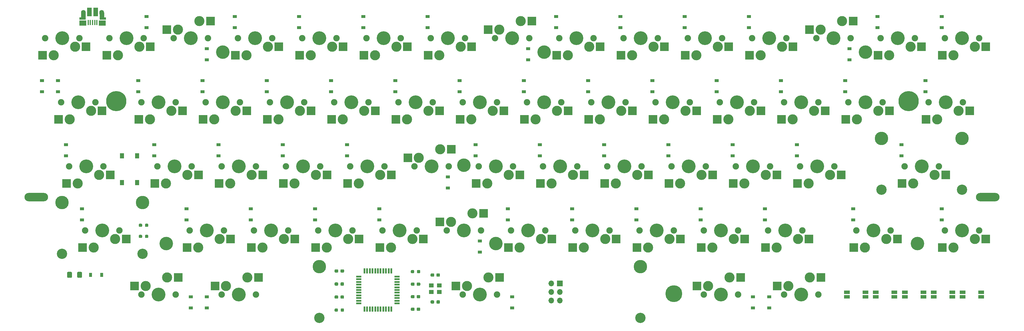
<source format=gbr>
%TF.GenerationSoftware,KiCad,Pcbnew,(5.1.9)-1*%
%TF.CreationDate,2021-04-22T03:27:36+09:00*%
%TF.ProjectId,yuiop60hh4,7975696f-7036-4306-9868-342e6b696361,4*%
%TF.SameCoordinates,Original*%
%TF.FileFunction,Soldermask,Bot*%
%TF.FilePolarity,Negative*%
%FSLAX46Y46*%
G04 Gerber Fmt 4.6, Leading zero omitted, Abs format (unit mm)*
G04 Created by KiCad (PCBNEW (5.1.9)-1) date 2021-04-22 03:27:36*
%MOMM*%
%LPD*%
G01*
G04 APERTURE LIST*
%ADD10R,1.430000X2.500000*%
%ADD11O,1.350000X1.700000*%
%ADD12O,1.100000X1.500000*%
%ADD13R,0.400000X1.650000*%
%ADD14R,2.000000X1.500000*%
%ADD15R,1.825000X0.700000*%
%ADD16R,1.350000X2.000000*%
%ADD17R,2.550000X2.500000*%
%ADD18C,1.900000*%
%ADD19C,4.100000*%
%ADD20C,3.000000*%
%ADD21R,0.550000X1.500000*%
%ADD22R,1.500000X0.550000*%
%ADD23R,1.700000X1.000000*%
%ADD24C,4.000000*%
%ADD25O,7.000000X2.500000*%
%ADD26C,5.000000*%
%ADD27C,6.000000*%
%ADD28C,3.048000*%
%ADD29C,3.987800*%
%ADD30R,1.400000X1.200000*%
%ADD31R,1.300000X1.550000*%
%ADD32R,1.700000X1.700000*%
%ADD33O,1.700000X1.700000*%
%ADD34R,1.200000X0.900000*%
%ADD35R,0.900000X1.200000*%
G04 APERTURE END LIST*
D10*
%TO.C,J1*%
X89135000Y-101450000D03*
X87215000Y-101450000D03*
D11*
X90905000Y-101720000D03*
X85445000Y-101720000D03*
D12*
X90595000Y-104720000D03*
X85755000Y-104720000D03*
D13*
X89475000Y-104600000D03*
X88825000Y-104600000D03*
X88175000Y-104600000D03*
X87525000Y-104600000D03*
X86875000Y-104600000D03*
D14*
X91075000Y-104720000D03*
X85325000Y-104700000D03*
D15*
X91175000Y-103400000D03*
X85225000Y-103400000D03*
D16*
X85445000Y-102650000D03*
X90925000Y-102650000D03*
%TD*%
D17*
%TO.C,KSW60*%
X304067000Y-180330000D03*
D18*
X293145000Y-185410000D03*
X303305000Y-185410000D03*
D19*
X298225000Y-185410000D03*
D17*
X291140000Y-182870000D03*
D20*
X300765000Y-180330000D03*
X294415000Y-182870000D03*
%TD*%
D17*
%TO.C,KSW59*%
X280255000Y-180330000D03*
D18*
X269333000Y-185410000D03*
X279493000Y-185410000D03*
D19*
X274413000Y-185410000D03*
D17*
X267328000Y-182870000D03*
D20*
X276953000Y-180330000D03*
X270603000Y-182870000D03*
%TD*%
D17*
%TO.C,KSW58*%
X208817000Y-180330000D03*
D18*
X197895000Y-185410000D03*
X208055000Y-185410000D03*
D19*
X202975000Y-185410000D03*
D17*
X195890000Y-182870000D03*
D20*
X205515000Y-180330000D03*
X199165000Y-182870000D03*
%TD*%
D17*
%TO.C,KSW57*%
X137379000Y-180330000D03*
D18*
X126457000Y-185410000D03*
X136617000Y-185410000D03*
D19*
X131537000Y-185410000D03*
D17*
X124452000Y-182870000D03*
D20*
X134077000Y-180330000D03*
X127727000Y-182870000D03*
%TD*%
D17*
%TO.C,KSW56*%
X113567000Y-180330000D03*
D18*
X102645000Y-185410000D03*
X112805000Y-185410000D03*
D19*
X107725000Y-185410000D03*
D17*
X100640000Y-182870000D03*
D20*
X110265000Y-180330000D03*
X103915000Y-182870000D03*
%TD*%
D17*
%TO.C,KSW55*%
X340008000Y-171440000D03*
D18*
X350930000Y-166360000D03*
X340770000Y-166360000D03*
D19*
X345850000Y-166360000D03*
D17*
X352935000Y-168900000D03*
D20*
X343310000Y-171440000D03*
X349660000Y-168900000D03*
%TD*%
D17*
%TO.C,KSW54*%
X313814000Y-171440000D03*
D18*
X324736000Y-166360000D03*
X314576000Y-166360000D03*
D19*
X319656000Y-166360000D03*
D17*
X326741000Y-168900000D03*
D20*
X317116000Y-171440000D03*
X323466000Y-168900000D03*
%TD*%
D17*
%TO.C,KSW53*%
X287621000Y-171440000D03*
D18*
X298543000Y-166360000D03*
X288383000Y-166360000D03*
D19*
X293463000Y-166360000D03*
D17*
X300548000Y-168900000D03*
D20*
X290923000Y-171440000D03*
X297273000Y-168900000D03*
%TD*%
D17*
%TO.C,KSW52*%
X268571000Y-171440000D03*
D18*
X279493000Y-166360000D03*
X269333000Y-166360000D03*
D19*
X274413000Y-166360000D03*
D17*
X281498000Y-168900000D03*
D20*
X271873000Y-171440000D03*
X278223000Y-168900000D03*
%TD*%
D17*
%TO.C,KSW51*%
X249521000Y-171440000D03*
D18*
X260443000Y-166360000D03*
X250283000Y-166360000D03*
D19*
X255363000Y-166360000D03*
D17*
X262448000Y-168900000D03*
D20*
X252823000Y-171440000D03*
X259173000Y-168900000D03*
%TD*%
D17*
%TO.C,KSW50*%
X230471000Y-171440000D03*
D18*
X241393000Y-166360000D03*
X231233000Y-166360000D03*
D19*
X236313000Y-166360000D03*
D17*
X243398000Y-168900000D03*
D20*
X233773000Y-171440000D03*
X240123000Y-168900000D03*
%TD*%
D17*
%TO.C,KSW49*%
X211421000Y-171440000D03*
D18*
X222343000Y-166360000D03*
X212183000Y-166360000D03*
D19*
X217263000Y-166360000D03*
D17*
X224348000Y-168900000D03*
D20*
X214723000Y-171440000D03*
X221073000Y-168900000D03*
%TD*%
D17*
%TO.C,KSW48*%
X204055000Y-161280000D03*
D18*
X193133000Y-166360000D03*
X203293000Y-166360000D03*
D19*
X198213000Y-166360000D03*
D17*
X191128000Y-163820000D03*
D20*
X200753000Y-161280000D03*
X194403000Y-163820000D03*
%TD*%
D17*
%TO.C,KSW47*%
X173321000Y-171440000D03*
D18*
X184243000Y-166360000D03*
X174083000Y-166360000D03*
D19*
X179163000Y-166360000D03*
D17*
X186248000Y-168900000D03*
D20*
X176623000Y-171440000D03*
X182973000Y-168900000D03*
%TD*%
D17*
%TO.C,KSW46*%
X154271000Y-171440000D03*
D18*
X165193000Y-166360000D03*
X155033000Y-166360000D03*
D19*
X160113000Y-166360000D03*
D17*
X167198000Y-168900000D03*
D20*
X157573000Y-171440000D03*
X163923000Y-168900000D03*
%TD*%
D17*
%TO.C,KSW45*%
X135221000Y-171440000D03*
D18*
X146143000Y-166360000D03*
X135983000Y-166360000D03*
D19*
X141063000Y-166360000D03*
D17*
X148148000Y-168900000D03*
D20*
X138523000Y-171440000D03*
X144873000Y-168900000D03*
%TD*%
D17*
%TO.C,KSW44*%
X116171000Y-171440000D03*
D18*
X127093000Y-166360000D03*
X116933000Y-166360000D03*
D19*
X122013000Y-166360000D03*
D17*
X129098000Y-168900000D03*
D20*
X119473000Y-171440000D03*
X125823000Y-168900000D03*
%TD*%
D17*
%TO.C,KSW43*%
X85214200Y-171440000D03*
D18*
X96136200Y-166360000D03*
X85976200Y-166360000D03*
D19*
X91056200Y-166360000D03*
D17*
X98141200Y-168900000D03*
D20*
X88516200Y-171440000D03*
X94866200Y-168900000D03*
%TD*%
D17*
%TO.C,KSW42*%
X328102000Y-152390000D03*
D18*
X339024000Y-147310000D03*
X328864000Y-147310000D03*
D19*
X333944000Y-147310000D03*
D17*
X341029000Y-149850000D03*
D20*
X331404000Y-152390000D03*
X337754000Y-149850000D03*
%TD*%
D17*
%TO.C,KSW41*%
X297145000Y-152390000D03*
D18*
X308067000Y-147310000D03*
X297907000Y-147310000D03*
D19*
X302987000Y-147310000D03*
D17*
X310072000Y-149850000D03*
D20*
X300447000Y-152390000D03*
X306797000Y-149850000D03*
%TD*%
D17*
%TO.C,KSW40*%
X278095000Y-152390000D03*
D18*
X289017000Y-147310000D03*
X278857000Y-147310000D03*
D19*
X283937000Y-147310000D03*
D17*
X291022000Y-149850000D03*
D20*
X281397000Y-152390000D03*
X287747000Y-149850000D03*
%TD*%
D17*
%TO.C,KSW39*%
X259045000Y-152390000D03*
D18*
X269967000Y-147310000D03*
X259807000Y-147310000D03*
D19*
X264887000Y-147310000D03*
D17*
X271972000Y-149850000D03*
D20*
X262347000Y-152390000D03*
X268697000Y-149850000D03*
%TD*%
D17*
%TO.C,KSW38*%
X239995000Y-152390000D03*
D18*
X250917000Y-147310000D03*
X240757000Y-147310000D03*
D19*
X245837000Y-147310000D03*
D17*
X252922000Y-149850000D03*
D20*
X243297000Y-152390000D03*
X249647000Y-149850000D03*
%TD*%
D17*
%TO.C,KSW37*%
X220945000Y-152390000D03*
D18*
X231867000Y-147310000D03*
X221707000Y-147310000D03*
D19*
X226787000Y-147310000D03*
D17*
X233872000Y-149850000D03*
D20*
X224247000Y-152390000D03*
X230597000Y-149850000D03*
%TD*%
D17*
%TO.C,KSW36*%
X201895000Y-152390000D03*
D18*
X212817000Y-147310000D03*
X202657000Y-147310000D03*
D19*
X207737000Y-147310000D03*
D17*
X214822000Y-149850000D03*
D20*
X205197000Y-152390000D03*
X211547000Y-149850000D03*
%TD*%
D17*
%TO.C,KSW35*%
X194529000Y-142230000D03*
D18*
X183607000Y-147310000D03*
X193767000Y-147310000D03*
D19*
X188687000Y-147310000D03*
D17*
X181602000Y-144770000D03*
D20*
X191227000Y-142230000D03*
X184877000Y-144770000D03*
%TD*%
D17*
%TO.C,KSW34*%
X163795000Y-152390000D03*
D18*
X174717000Y-147310000D03*
X164557000Y-147310000D03*
D19*
X169637000Y-147310000D03*
D17*
X176722000Y-149850000D03*
D20*
X167097000Y-152390000D03*
X173447000Y-149850000D03*
%TD*%
D17*
%TO.C,KSW33*%
X144745000Y-152390000D03*
D18*
X155667000Y-147310000D03*
X145507000Y-147310000D03*
D19*
X150587000Y-147310000D03*
D17*
X157672000Y-149850000D03*
D20*
X148047000Y-152390000D03*
X154397000Y-149850000D03*
%TD*%
D17*
%TO.C,KSW32*%
X125695000Y-152390000D03*
D18*
X136617000Y-147310000D03*
X126457000Y-147310000D03*
D19*
X131537000Y-147310000D03*
D17*
X138622000Y-149850000D03*
D20*
X128997000Y-152390000D03*
X135347000Y-149850000D03*
%TD*%
D17*
%TO.C,KSW31*%
X106645000Y-152390000D03*
D18*
X117567000Y-147310000D03*
X107407000Y-147310000D03*
D19*
X112487000Y-147310000D03*
D17*
X119572000Y-149850000D03*
D20*
X109947000Y-152390000D03*
X116297000Y-149850000D03*
%TD*%
D17*
%TO.C,KSW30*%
X80451800Y-152390000D03*
D18*
X91373800Y-147310000D03*
X81213800Y-147310000D03*
D19*
X86293800Y-147310000D03*
D17*
X93378800Y-149850000D03*
D20*
X83753800Y-152390000D03*
X90103800Y-149850000D03*
%TD*%
D17*
%TO.C,KSW29*%
X335245000Y-133340000D03*
D18*
X346167000Y-128260000D03*
X336007000Y-128260000D03*
D19*
X341087000Y-128260000D03*
D17*
X348172000Y-130800000D03*
D20*
X338547000Y-133340000D03*
X344897000Y-130800000D03*
%TD*%
D17*
%TO.C,KSW28*%
X311433000Y-133340000D03*
D18*
X322355000Y-128260000D03*
X312195000Y-128260000D03*
D19*
X317275000Y-128260000D03*
D17*
X324360000Y-130800000D03*
D20*
X314735000Y-133340000D03*
X321085000Y-130800000D03*
%TD*%
D17*
%TO.C,KSW27*%
X292383000Y-133340000D03*
D18*
X303305000Y-128260000D03*
X293145000Y-128260000D03*
D19*
X298225000Y-128260000D03*
D17*
X305310000Y-130800000D03*
D20*
X295685000Y-133340000D03*
X302035000Y-130800000D03*
%TD*%
D17*
%TO.C,KSW26*%
X273333000Y-133340000D03*
D18*
X284255000Y-128260000D03*
X274095000Y-128260000D03*
D19*
X279175000Y-128260000D03*
D17*
X286260000Y-130800000D03*
D20*
X276635000Y-133340000D03*
X282985000Y-130800000D03*
%TD*%
D17*
%TO.C,KSW25*%
X254283000Y-133340000D03*
D18*
X265205000Y-128260000D03*
X255045000Y-128260000D03*
D19*
X260125000Y-128260000D03*
D17*
X267210000Y-130800000D03*
D20*
X257585000Y-133340000D03*
X263935000Y-130800000D03*
%TD*%
D17*
%TO.C,KSW24*%
X235233000Y-133340000D03*
D18*
X246155000Y-128260000D03*
X235995000Y-128260000D03*
D19*
X241075000Y-128260000D03*
D17*
X248160000Y-130800000D03*
D20*
X238535000Y-133340000D03*
X244885000Y-130800000D03*
%TD*%
D17*
%TO.C,KSW23*%
X216183000Y-133340000D03*
D18*
X227105000Y-128260000D03*
X216945000Y-128260000D03*
D19*
X222025000Y-128260000D03*
D17*
X229110000Y-130800000D03*
D20*
X219485000Y-133340000D03*
X225835000Y-130800000D03*
%TD*%
D17*
%TO.C,KSW22*%
X197133000Y-133340000D03*
D18*
X208055000Y-128260000D03*
X197895000Y-128260000D03*
D19*
X202975000Y-128260000D03*
D17*
X210060000Y-130800000D03*
D20*
X200435000Y-133340000D03*
X206785000Y-130800000D03*
%TD*%
D17*
%TO.C,KSW21*%
X178083000Y-133340000D03*
D18*
X189005000Y-128260000D03*
X178845000Y-128260000D03*
D19*
X183925000Y-128260000D03*
D17*
X191010000Y-130800000D03*
D20*
X181385000Y-133340000D03*
X187735000Y-130800000D03*
%TD*%
D17*
%TO.C,KSW20*%
X159033000Y-133340000D03*
D18*
X169955000Y-128260000D03*
X159795000Y-128260000D03*
D19*
X164875000Y-128260000D03*
D17*
X171960000Y-130800000D03*
D20*
X162335000Y-133340000D03*
X168685000Y-130800000D03*
%TD*%
D17*
%TO.C,KSW19*%
X139983000Y-133340000D03*
D18*
X150905000Y-128260000D03*
X140745000Y-128260000D03*
D19*
X145825000Y-128260000D03*
D17*
X152910000Y-130800000D03*
D20*
X143285000Y-133340000D03*
X149635000Y-130800000D03*
%TD*%
D17*
%TO.C,KSW18*%
X120933000Y-133340000D03*
D18*
X131855000Y-128260000D03*
X121695000Y-128260000D03*
D19*
X126775000Y-128260000D03*
D17*
X133860000Y-130800000D03*
D20*
X124235000Y-133340000D03*
X130585000Y-130800000D03*
%TD*%
D17*
%TO.C,KSW17*%
X101883000Y-133340000D03*
D18*
X112805000Y-128260000D03*
X102645000Y-128260000D03*
D19*
X107725000Y-128260000D03*
D17*
X114810000Y-130800000D03*
D20*
X105185000Y-133340000D03*
X111535000Y-130800000D03*
%TD*%
D17*
%TO.C,KSW16*%
X78070500Y-133340000D03*
D18*
X88992500Y-128260000D03*
X78832500Y-128260000D03*
D19*
X83912500Y-128260000D03*
D17*
X90997500Y-130800000D03*
D20*
X81372500Y-133340000D03*
X87722500Y-130800000D03*
%TD*%
D17*
%TO.C,KSW15*%
X340008000Y-114290000D03*
D18*
X350930000Y-109210000D03*
X340770000Y-109210000D03*
D19*
X345850000Y-109210000D03*
D17*
X352935000Y-111750000D03*
D20*
X343310000Y-114290000D03*
X349660000Y-111750000D03*
%TD*%
D17*
%TO.C,KSW14*%
X320958000Y-114290000D03*
D18*
X331880000Y-109210000D03*
X321720000Y-109210000D03*
D19*
X326800000Y-109210000D03*
D17*
X333885000Y-111750000D03*
D20*
X324260000Y-114290000D03*
X330610000Y-111750000D03*
%TD*%
D17*
%TO.C,KSW13*%
X313592000Y-104130000D03*
D18*
X302670000Y-109210000D03*
X312830000Y-109210000D03*
D19*
X307750000Y-109210000D03*
D17*
X300665000Y-106670000D03*
D20*
X310290000Y-104130000D03*
X303940000Y-106670000D03*
%TD*%
D17*
%TO.C,KSW12*%
X282858000Y-114290000D03*
D18*
X293780000Y-109210000D03*
X283620000Y-109210000D03*
D19*
X288700000Y-109210000D03*
D17*
X295785000Y-111750000D03*
D20*
X286160000Y-114290000D03*
X292510000Y-111750000D03*
%TD*%
D17*
%TO.C,KSW11*%
X263808000Y-114290000D03*
D18*
X274730000Y-109210000D03*
X264570000Y-109210000D03*
D19*
X269650000Y-109210000D03*
D17*
X276735000Y-111750000D03*
D20*
X267110000Y-114290000D03*
X273460000Y-111750000D03*
%TD*%
D17*
%TO.C,KSW10*%
X244758000Y-114290000D03*
D18*
X255680000Y-109210000D03*
X245520000Y-109210000D03*
D19*
X250600000Y-109210000D03*
D17*
X257685000Y-111750000D03*
D20*
X248060000Y-114290000D03*
X254410000Y-111750000D03*
%TD*%
D17*
%TO.C,KSW9*%
X225708000Y-114290000D03*
D18*
X236630000Y-109210000D03*
X226470000Y-109210000D03*
D19*
X231550000Y-109210000D03*
D17*
X238635000Y-111750000D03*
D20*
X229010000Y-114290000D03*
X235360000Y-111750000D03*
%TD*%
D17*
%TO.C,KSW8*%
X218342000Y-104130000D03*
D18*
X207420000Y-109210000D03*
X217580000Y-109210000D03*
D19*
X212500000Y-109210000D03*
D17*
X205415000Y-106670000D03*
D20*
X215040000Y-104130000D03*
X208690000Y-106670000D03*
%TD*%
D17*
%TO.C,KSW7*%
X187608000Y-114290000D03*
D18*
X198530000Y-109210000D03*
X188370000Y-109210000D03*
D19*
X193450000Y-109210000D03*
D17*
X200535000Y-111750000D03*
D20*
X190910000Y-114290000D03*
X197260000Y-111750000D03*
%TD*%
D17*
%TO.C,KSW6*%
X168558000Y-114290000D03*
D18*
X179480000Y-109210000D03*
X169320000Y-109210000D03*
D19*
X174400000Y-109210000D03*
D17*
X181485000Y-111750000D03*
D20*
X171860000Y-114290000D03*
X178210000Y-111750000D03*
%TD*%
D17*
%TO.C,KSW5*%
X149508000Y-114290000D03*
D18*
X160430000Y-109210000D03*
X150270000Y-109210000D03*
D19*
X155350000Y-109210000D03*
D17*
X162435000Y-111750000D03*
D20*
X152810000Y-114290000D03*
X159160000Y-111750000D03*
%TD*%
D17*
%TO.C,KSW4*%
X130458000Y-114290000D03*
D18*
X141380000Y-109210000D03*
X131220000Y-109210000D03*
D19*
X136300000Y-109210000D03*
D17*
X143385000Y-111750000D03*
D20*
X133760000Y-114290000D03*
X140110000Y-111750000D03*
%TD*%
D17*
%TO.C,KSW3*%
X123092000Y-104130000D03*
D18*
X112170000Y-109210000D03*
X122330000Y-109210000D03*
D19*
X117250000Y-109210000D03*
D17*
X110165000Y-106670000D03*
D20*
X119790000Y-104130000D03*
X113440000Y-106670000D03*
%TD*%
D17*
%TO.C,KSW2*%
X92358000Y-114290000D03*
D18*
X103280000Y-109210000D03*
X93120000Y-109210000D03*
D19*
X98200000Y-109210000D03*
D17*
X105285000Y-111750000D03*
D20*
X95660000Y-114290000D03*
X102010000Y-111750000D03*
%TD*%
D17*
%TO.C,KSW1*%
X73308000Y-114290000D03*
D18*
X84230000Y-109210000D03*
X74070000Y-109210000D03*
D19*
X79150000Y-109210000D03*
D17*
X86235000Y-111750000D03*
D20*
X76610000Y-114290000D03*
X82960000Y-111750000D03*
%TD*%
D21*
%TO.C,U1*%
X168743000Y-178374000D03*
X169543000Y-178374000D03*
X170343000Y-178374000D03*
X171143000Y-178374000D03*
X171943000Y-178374000D03*
X172743000Y-178374000D03*
X173543000Y-178374000D03*
X174343000Y-178374000D03*
X175143000Y-178374000D03*
X175943000Y-178374000D03*
X176743000Y-178374000D03*
D22*
X178443000Y-180074000D03*
X178443000Y-180874000D03*
X178443000Y-181674000D03*
X178443000Y-182474000D03*
X178443000Y-183274000D03*
X178443000Y-184074000D03*
X178443000Y-184874000D03*
X178443000Y-185674000D03*
X178443000Y-186474000D03*
X178443000Y-187274000D03*
X178443000Y-188074000D03*
D21*
X176743000Y-189774000D03*
X175943000Y-189774000D03*
X175143000Y-189774000D03*
X174343000Y-189774000D03*
X173543000Y-189774000D03*
X172743000Y-189774000D03*
X171943000Y-189774000D03*
X171143000Y-189774000D03*
X170343000Y-189774000D03*
X169543000Y-189774000D03*
X168743000Y-189774000D03*
D22*
X167043000Y-188074000D03*
X167043000Y-187274000D03*
X167043000Y-186474000D03*
X167043000Y-185674000D03*
X167043000Y-184874000D03*
X167043000Y-184074000D03*
X167043000Y-183274000D03*
X167043000Y-182474000D03*
X167043000Y-181674000D03*
X167043000Y-180874000D03*
X167043000Y-180074000D03*
%TD*%
D23*
%TO.C,LED5*%
X351559000Y-186141000D03*
X351559000Y-184741000D03*
X346059000Y-186141000D03*
X346059000Y-184741000D03*
%TD*%
%TO.C,LED4*%
X342993000Y-186141000D03*
X342993000Y-184741000D03*
X337493000Y-186141000D03*
X337493000Y-184741000D03*
%TD*%
%TO.C,LED3*%
X334427000Y-186141000D03*
X334427000Y-184741000D03*
X328927000Y-186141000D03*
X328927000Y-184741000D03*
%TD*%
%TO.C,LED2*%
X325861000Y-186141000D03*
X325861000Y-184741000D03*
X320361000Y-186141000D03*
X320361000Y-184741000D03*
%TD*%
%TO.C,LED1*%
X317294000Y-186141000D03*
X317294000Y-184741000D03*
X311794000Y-186141000D03*
X311794000Y-184741000D03*
%TD*%
%TO.C,C5*%
G36*
G01*
X184250000Y-182575500D02*
X184250000Y-182100500D01*
G75*
G02*
X184487500Y-181863000I237500J0D01*
G01*
X185087500Y-181863000D01*
G75*
G02*
X185325000Y-182100500I0J-237500D01*
G01*
X185325000Y-182575500D01*
G75*
G02*
X185087500Y-182813000I-237500J0D01*
G01*
X184487500Y-182813000D01*
G75*
G02*
X184250000Y-182575500I0J237500D01*
G01*
G37*
G36*
G01*
X182525000Y-182575500D02*
X182525000Y-182100500D01*
G75*
G02*
X182762500Y-181863000I237500J0D01*
G01*
X183362500Y-181863000D01*
G75*
G02*
X183600000Y-182100500I0J-237500D01*
G01*
X183600000Y-182575500D01*
G75*
G02*
X183362500Y-182813000I-237500J0D01*
G01*
X182762500Y-182813000D01*
G75*
G02*
X182525000Y-182575500I0J237500D01*
G01*
G37*
%TD*%
D24*
%TO.C,HOLE12*%
X207738000Y-170300000D03*
%TD*%
%TO.C,HOLE11*%
X222025000Y-113400000D03*
%TD*%
%TO.C,HOLE10*%
X332650000Y-170300000D03*
%TD*%
%TO.C,HOLE9*%
X317275000Y-113400000D03*
%TD*%
%TO.C,HOLE8*%
X110000000Y-170300000D03*
%TD*%
%TO.C,HOLE7*%
X126775000Y-113400000D03*
%TD*%
D25*
%TO.C,HOLE6*%
X353540000Y-156500000D03*
%TD*%
%TO.C,HOLE5*%
X71460000Y-156500000D03*
%TD*%
D26*
%TO.C,HOLE4*%
X260500000Y-185200000D03*
%TD*%
D24*
%TO.C,HOLE3*%
X198200000Y-147000000D03*
%TD*%
D27*
%TO.C,HOLE2*%
X330050000Y-127910000D03*
%TD*%
%TO.C,HOLE1*%
X95200000Y-127900000D03*
%TD*%
%TO.C,R2*%
G36*
G01*
X161738000Y-190280500D02*
X161738000Y-189805500D01*
G75*
G02*
X161975500Y-189568000I237500J0D01*
G01*
X162475500Y-189568000D01*
G75*
G02*
X162713000Y-189805500I0J-237500D01*
G01*
X162713000Y-190280500D01*
G75*
G02*
X162475500Y-190518000I-237500J0D01*
G01*
X161975500Y-190518000D01*
G75*
G02*
X161738000Y-190280500I0J237500D01*
G01*
G37*
G36*
G01*
X159913000Y-190280500D02*
X159913000Y-189805500D01*
G75*
G02*
X160150500Y-189568000I237500J0D01*
G01*
X160650500Y-189568000D01*
G75*
G02*
X160888000Y-189805500I0J-237500D01*
G01*
X160888000Y-190280500D01*
G75*
G02*
X160650500Y-190518000I-237500J0D01*
G01*
X160150500Y-190518000D01*
G75*
G02*
X159913000Y-190280500I0J237500D01*
G01*
G37*
%TD*%
D28*
%TO.C,STB2*%
X155412000Y-192395000D03*
D29*
X155412000Y-177155000D03*
X250538000Y-177155000D03*
D28*
X250538000Y-192395000D03*
%TD*%
D30*
%TO.C,X1*%
X188561000Y-184643000D03*
X190961000Y-184643000D03*
X190961000Y-182743000D03*
X188561000Y-182743000D03*
%TD*%
%TO.C,C8*%
G36*
G01*
X161644000Y-178662500D02*
X161644000Y-178187500D01*
G75*
G02*
X161881500Y-177950000I237500J0D01*
G01*
X162481500Y-177950000D01*
G75*
G02*
X162719000Y-178187500I0J-237500D01*
G01*
X162719000Y-178662500D01*
G75*
G02*
X162481500Y-178900000I-237500J0D01*
G01*
X161881500Y-178900000D01*
G75*
G02*
X161644000Y-178662500I0J237500D01*
G01*
G37*
G36*
G01*
X159919000Y-178662500D02*
X159919000Y-178187500D01*
G75*
G02*
X160156500Y-177950000I237500J0D01*
G01*
X160756500Y-177950000D01*
G75*
G02*
X160994000Y-178187500I0J-237500D01*
G01*
X160994000Y-178662500D01*
G75*
G02*
X160756500Y-178900000I-237500J0D01*
G01*
X160156500Y-178900000D01*
G75*
G02*
X159919000Y-178662500I0J237500D01*
G01*
G37*
%TD*%
D28*
%TO.C,STB3*%
X322006000Y-154295000D03*
D29*
X322006000Y-139055000D03*
X345882000Y-139055000D03*
D28*
X345882000Y-154295000D03*
%TD*%
%TO.C,STB1*%
X79117700Y-173345000D03*
D29*
X79117700Y-158105000D03*
X102993700Y-158105000D03*
D28*
X102993700Y-173345000D03*
%TD*%
%TO.C,C7*%
G36*
G01*
X160988000Y-182060500D02*
X160988000Y-182535500D01*
G75*
G02*
X160750500Y-182773000I-237500J0D01*
G01*
X160150500Y-182773000D01*
G75*
G02*
X159913000Y-182535500I0J237500D01*
G01*
X159913000Y-182060500D01*
G75*
G02*
X160150500Y-181823000I237500J0D01*
G01*
X160750500Y-181823000D01*
G75*
G02*
X160988000Y-182060500I0J-237500D01*
G01*
G37*
G36*
G01*
X162713000Y-182060500D02*
X162713000Y-182535500D01*
G75*
G02*
X162475500Y-182773000I-237500J0D01*
G01*
X161875500Y-182773000D01*
G75*
G02*
X161638000Y-182535500I0J237500D01*
G01*
X161638000Y-182060500D01*
G75*
G02*
X161875500Y-181823000I237500J0D01*
G01*
X162475500Y-181823000D01*
G75*
G02*
X162713000Y-182060500I0J-237500D01*
G01*
G37*
%TD*%
%TO.C,C2*%
G36*
G01*
X189436000Y-187392500D02*
X189436000Y-187867500D01*
G75*
G02*
X189198500Y-188105000I-237500J0D01*
G01*
X188598500Y-188105000D01*
G75*
G02*
X188361000Y-187867500I0J237500D01*
G01*
X188361000Y-187392500D01*
G75*
G02*
X188598500Y-187155000I237500J0D01*
G01*
X189198500Y-187155000D01*
G75*
G02*
X189436000Y-187392500I0J-237500D01*
G01*
G37*
G36*
G01*
X191161000Y-187392500D02*
X191161000Y-187867500D01*
G75*
G02*
X190923500Y-188105000I-237500J0D01*
G01*
X190323500Y-188105000D01*
G75*
G02*
X190086000Y-187867500I0J237500D01*
G01*
X190086000Y-187392500D01*
G75*
G02*
X190323500Y-187155000I237500J0D01*
G01*
X190923500Y-187155000D01*
G75*
G02*
X191161000Y-187392500I0J-237500D01*
G01*
G37*
%TD*%
%TO.C,C1*%
G36*
G01*
X188361000Y-179866500D02*
X188361000Y-179391500D01*
G75*
G02*
X188598500Y-179154000I237500J0D01*
G01*
X189198500Y-179154000D01*
G75*
G02*
X189436000Y-179391500I0J-237500D01*
G01*
X189436000Y-179866500D01*
G75*
G02*
X189198500Y-180104000I-237500J0D01*
G01*
X188598500Y-180104000D01*
G75*
G02*
X188361000Y-179866500I0J237500D01*
G01*
G37*
G36*
G01*
X190086000Y-179866500D02*
X190086000Y-179391500D01*
G75*
G02*
X190323500Y-179154000I237500J0D01*
G01*
X190923500Y-179154000D01*
G75*
G02*
X191161000Y-179391500I0J-237500D01*
G01*
X191161000Y-179866500D01*
G75*
G02*
X190923500Y-180104000I-237500J0D01*
G01*
X190323500Y-180104000D01*
G75*
G02*
X190086000Y-179866500I0J237500D01*
G01*
G37*
%TD*%
D31*
%TO.C,RSW1*%
X96900000Y-152175000D03*
X101400000Y-152175000D03*
X101400000Y-144225000D03*
X96900000Y-144225000D03*
%TD*%
%TO.C,R4*%
G36*
G01*
X104680000Y-167900500D02*
X104680000Y-168375500D01*
G75*
G02*
X104442500Y-168613000I-237500J0D01*
G01*
X103942500Y-168613000D01*
G75*
G02*
X103705000Y-168375500I0J237500D01*
G01*
X103705000Y-167900500D01*
G75*
G02*
X103942500Y-167663000I237500J0D01*
G01*
X104442500Y-167663000D01*
G75*
G02*
X104680000Y-167900500I0J-237500D01*
G01*
G37*
G36*
G01*
X102855000Y-167900500D02*
X102855000Y-168375500D01*
G75*
G02*
X102617500Y-168613000I-237500J0D01*
G01*
X102117500Y-168613000D01*
G75*
G02*
X101880000Y-168375500I0J237500D01*
G01*
X101880000Y-167900500D01*
G75*
G02*
X102117500Y-167663000I237500J0D01*
G01*
X102617500Y-167663000D01*
G75*
G02*
X102855000Y-167900500I0J-237500D01*
G01*
G37*
%TD*%
%TO.C,R3*%
G36*
G01*
X104680000Y-164598500D02*
X104680000Y-165073500D01*
G75*
G02*
X104442500Y-165311000I-237500J0D01*
G01*
X103942500Y-165311000D01*
G75*
G02*
X103705000Y-165073500I0J237500D01*
G01*
X103705000Y-164598500D01*
G75*
G02*
X103942500Y-164361000I237500J0D01*
G01*
X104442500Y-164361000D01*
G75*
G02*
X104680000Y-164598500I0J-237500D01*
G01*
G37*
G36*
G01*
X102855000Y-164598500D02*
X102855000Y-165073500D01*
G75*
G02*
X102617500Y-165311000I-237500J0D01*
G01*
X102117500Y-165311000D01*
G75*
G02*
X101880000Y-165073500I0J237500D01*
G01*
X101880000Y-164598500D01*
G75*
G02*
X102117500Y-164361000I237500J0D01*
G01*
X102617500Y-164361000D01*
G75*
G02*
X102855000Y-164598500I0J-237500D01*
G01*
G37*
%TD*%
%TO.C,R1*%
G36*
G01*
X183494000Y-178375500D02*
X183494000Y-178850500D01*
G75*
G02*
X183256500Y-179088000I-237500J0D01*
G01*
X182756500Y-179088000D01*
G75*
G02*
X182519000Y-178850500I0J237500D01*
G01*
X182519000Y-178375500D01*
G75*
G02*
X182756500Y-178138000I237500J0D01*
G01*
X183256500Y-178138000D01*
G75*
G02*
X183494000Y-178375500I0J-237500D01*
G01*
G37*
G36*
G01*
X185319000Y-178375500D02*
X185319000Y-178850500D01*
G75*
G02*
X185081500Y-179088000I-237500J0D01*
G01*
X184581500Y-179088000D01*
G75*
G02*
X184344000Y-178850500I0J237500D01*
G01*
X184344000Y-178375500D01*
G75*
G02*
X184581500Y-178138000I237500J0D01*
G01*
X185081500Y-178138000D01*
G75*
G02*
X185319000Y-178375500I0J-237500D01*
G01*
G37*
%TD*%
D32*
%TO.C,J2*%
X226701000Y-182140000D03*
D33*
X224161000Y-182140000D03*
X226701000Y-184680000D03*
X224161000Y-184680000D03*
X226701000Y-187220000D03*
X224161000Y-187220000D03*
%TD*%
%TO.C,F1*%
G36*
G01*
X85033000Y-178943000D02*
X85033000Y-180193000D01*
G75*
G02*
X84783000Y-180443000I-250000J0D01*
G01*
X83858000Y-180443000D01*
G75*
G02*
X83608000Y-180193000I0J250000D01*
G01*
X83608000Y-178943000D01*
G75*
G02*
X83858000Y-178693000I250000J0D01*
G01*
X84783000Y-178693000D01*
G75*
G02*
X85033000Y-178943000I0J-250000D01*
G01*
G37*
G36*
G01*
X82058000Y-178943000D02*
X82058000Y-180193000D01*
G75*
G02*
X81808000Y-180443000I-250000J0D01*
G01*
X80883000Y-180443000D01*
G75*
G02*
X80633000Y-180193000I0J250000D01*
G01*
X80633000Y-178943000D01*
G75*
G02*
X80883000Y-178693000I250000J0D01*
G01*
X81808000Y-178693000D01*
G75*
G02*
X82058000Y-178943000I0J-250000D01*
G01*
G37*
%TD*%
D34*
%TO.C,D60*%
X288700000Y-189441000D03*
X288700000Y-186141000D03*
%TD*%
%TO.C,D59*%
X283938000Y-189441000D03*
X283938000Y-186141000D03*
%TD*%
%TO.C,D58*%
X212500000Y-189441000D03*
X212500000Y-186141000D03*
%TD*%
%TO.C,D57*%
X122012000Y-189441000D03*
X122012000Y-186141000D03*
%TD*%
%TO.C,D56*%
X117250000Y-189441000D03*
X117250000Y-186141000D03*
%TD*%
%TO.C,D55*%
X339850000Y-163260000D03*
X339850000Y-159960000D03*
%TD*%
%TO.C,D54*%
X313656000Y-163260000D03*
X313656000Y-159960000D03*
%TD*%
%TO.C,D53*%
X287463000Y-163260000D03*
X287463000Y-159960000D03*
%TD*%
%TO.C,D52*%
X268413000Y-163260000D03*
X268413000Y-159960000D03*
%TD*%
%TO.C,D51*%
X249363000Y-163260000D03*
X249363000Y-159960000D03*
%TD*%
%TO.C,D50*%
X230313000Y-163260000D03*
X230313000Y-159960000D03*
%TD*%
%TO.C,D49*%
X211263000Y-163260000D03*
X211263000Y-159960000D03*
%TD*%
%TO.C,D48*%
X202975000Y-172773000D03*
X202975000Y-169473000D03*
%TD*%
%TO.C,D47*%
X173163000Y-163260000D03*
X173163000Y-159960000D03*
%TD*%
%TO.C,D46*%
X154113000Y-163260000D03*
X154113000Y-159960000D03*
%TD*%
%TO.C,D45*%
X135063000Y-163260000D03*
X135063000Y-159960000D03*
%TD*%
%TO.C,D44*%
X116013000Y-163260000D03*
X116013000Y-159960000D03*
%TD*%
%TO.C,D43*%
X85056200Y-163260000D03*
X85056200Y-159960000D03*
%TD*%
%TO.C,D42*%
X327944000Y-144210000D03*
X327944000Y-140910000D03*
%TD*%
%TO.C,D41*%
X296987000Y-144210000D03*
X296987000Y-140910000D03*
%TD*%
%TO.C,D40*%
X277937000Y-144210000D03*
X277937000Y-140910000D03*
%TD*%
%TO.C,D39*%
X258887000Y-144210000D03*
X258887000Y-140910000D03*
%TD*%
%TO.C,D38*%
X239837000Y-144210000D03*
X239837000Y-140910000D03*
%TD*%
%TO.C,D37*%
X220787000Y-144210000D03*
X220787000Y-140910000D03*
%TD*%
%TO.C,D36*%
X201737000Y-144210000D03*
X201737000Y-140910000D03*
%TD*%
%TO.C,D35*%
X193450000Y-153723000D03*
X193450000Y-150423000D03*
%TD*%
%TO.C,D34*%
X163637000Y-144210000D03*
X163637000Y-140910000D03*
%TD*%
%TO.C,D33*%
X144587000Y-144210000D03*
X144587000Y-140910000D03*
%TD*%
%TO.C,D32*%
X125537000Y-144210000D03*
X125537000Y-140910000D03*
%TD*%
%TO.C,D31*%
X106487000Y-144210000D03*
X106487000Y-140910000D03*
%TD*%
%TO.C,D30*%
X80293800Y-144210000D03*
X80293800Y-140910000D03*
%TD*%
%TO.C,D29*%
X335087000Y-125160000D03*
X335087000Y-121860000D03*
%TD*%
%TO.C,D28*%
X311275000Y-125160000D03*
X311275000Y-121860000D03*
%TD*%
%TO.C,D27*%
X292225000Y-125160000D03*
X292225000Y-121860000D03*
%TD*%
%TO.C,D26*%
X273175000Y-125160000D03*
X273175000Y-121860000D03*
%TD*%
%TO.C,D25*%
X254125000Y-125160000D03*
X254125000Y-121860000D03*
%TD*%
%TO.C,D24*%
X235075000Y-125160000D03*
X235075000Y-121860000D03*
%TD*%
%TO.C,D23*%
X216025000Y-125160000D03*
X216025000Y-121860000D03*
%TD*%
%TO.C,D22*%
X196975000Y-125160000D03*
X196975000Y-121860000D03*
%TD*%
%TO.C,D21*%
X177925000Y-125160000D03*
X177925000Y-121860000D03*
%TD*%
%TO.C,D20*%
X158875000Y-125160000D03*
X158875000Y-121860000D03*
%TD*%
%TO.C,D19*%
X139825000Y-125160000D03*
X139825000Y-121860000D03*
%TD*%
%TO.C,D18*%
X120775000Y-125160000D03*
X120775000Y-121860000D03*
%TD*%
%TO.C,D17*%
X101725000Y-125160000D03*
X101725000Y-121860000D03*
%TD*%
%TO.C,D16*%
X77912500Y-125160000D03*
X77912500Y-121860000D03*
%TD*%
%TO.C,D15*%
X339850000Y-106110000D03*
X339850000Y-102810000D03*
%TD*%
%TO.C,D14*%
X320800000Y-106110000D03*
X320800000Y-102810000D03*
%TD*%
%TO.C,D13*%
X312513000Y-115622000D03*
X312513000Y-112322000D03*
%TD*%
%TO.C,D12*%
X282700000Y-106110000D03*
X282700000Y-102810000D03*
%TD*%
%TO.C,D11*%
X263650000Y-106110000D03*
X263650000Y-102810000D03*
%TD*%
%TO.C,D10*%
X244600000Y-106110000D03*
X244600000Y-102810000D03*
%TD*%
%TO.C,D9*%
X225550000Y-106110000D03*
X225550000Y-102810000D03*
%TD*%
%TO.C,D8*%
X217263000Y-115622000D03*
X217263000Y-112322000D03*
%TD*%
%TO.C,D7*%
X187497000Y-106097000D03*
X187497000Y-102797000D03*
%TD*%
%TO.C,D6*%
X168400000Y-106110000D03*
X168400000Y-102810000D03*
%TD*%
%TO.C,D5*%
X149350000Y-106110000D03*
X149350000Y-102810000D03*
%TD*%
%TO.C,D4*%
X130300000Y-106110000D03*
X130300000Y-102810000D03*
%TD*%
%TO.C,D3*%
X122012000Y-115622000D03*
X122012000Y-112322000D03*
%TD*%
%TO.C,D2*%
X104200000Y-106110000D03*
X104200000Y-102810000D03*
%TD*%
%TO.C,D1*%
X73175000Y-125145000D03*
X73175000Y-121845000D03*
%TD*%
D35*
%TO.C,D0*%
X87533000Y-179568000D03*
X90833000Y-179568000D03*
%TD*%
%TO.C,C6*%
G36*
G01*
X160988000Y-185932500D02*
X160988000Y-186407500D01*
G75*
G02*
X160750500Y-186645000I-237500J0D01*
G01*
X160150500Y-186645000D01*
G75*
G02*
X159913000Y-186407500I0J237500D01*
G01*
X159913000Y-185932500D01*
G75*
G02*
X160150500Y-185695000I237500J0D01*
G01*
X160750500Y-185695000D01*
G75*
G02*
X160988000Y-185932500I0J-237500D01*
G01*
G37*
G36*
G01*
X162713000Y-185932500D02*
X162713000Y-186407500D01*
G75*
G02*
X162475500Y-186645000I-237500J0D01*
G01*
X161875500Y-186645000D01*
G75*
G02*
X161638000Y-186407500I0J237500D01*
G01*
X161638000Y-185932500D01*
G75*
G02*
X161875500Y-185695000I237500J0D01*
G01*
X162475500Y-185695000D01*
G75*
G02*
X162713000Y-185932500I0J-237500D01*
G01*
G37*
%TD*%
%TO.C,C4*%
G36*
G01*
X184244000Y-186301500D02*
X184244000Y-185826500D01*
G75*
G02*
X184481500Y-185589000I237500J0D01*
G01*
X185081500Y-185589000D01*
G75*
G02*
X185319000Y-185826500I0J-237500D01*
G01*
X185319000Y-186301500D01*
G75*
G02*
X185081500Y-186539000I-237500J0D01*
G01*
X184481500Y-186539000D01*
G75*
G02*
X184244000Y-186301500I0J237500D01*
G01*
G37*
G36*
G01*
X182519000Y-186301500D02*
X182519000Y-185826500D01*
G75*
G02*
X182756500Y-185589000I237500J0D01*
G01*
X183356500Y-185589000D01*
G75*
G02*
X183594000Y-185826500I0J-237500D01*
G01*
X183594000Y-186301500D01*
G75*
G02*
X183356500Y-186539000I-237500J0D01*
G01*
X182756500Y-186539000D01*
G75*
G02*
X182519000Y-186301500I0J237500D01*
G01*
G37*
%TD*%
%TO.C,C3*%
G36*
G01*
X184244000Y-190026500D02*
X184244000Y-189551500D01*
G75*
G02*
X184481500Y-189314000I237500J0D01*
G01*
X185081500Y-189314000D01*
G75*
G02*
X185319000Y-189551500I0J-237500D01*
G01*
X185319000Y-190026500D01*
G75*
G02*
X185081500Y-190264000I-237500J0D01*
G01*
X184481500Y-190264000D01*
G75*
G02*
X184244000Y-190026500I0J237500D01*
G01*
G37*
G36*
G01*
X182519000Y-190026500D02*
X182519000Y-189551500D01*
G75*
G02*
X182756500Y-189314000I237500J0D01*
G01*
X183356500Y-189314000D01*
G75*
G02*
X183594000Y-189551500I0J-237500D01*
G01*
X183594000Y-190026500D01*
G75*
G02*
X183356500Y-190264000I-237500J0D01*
G01*
X182756500Y-190264000D01*
G75*
G02*
X182519000Y-190026500I0J237500D01*
G01*
G37*
%TD*%
M02*

</source>
